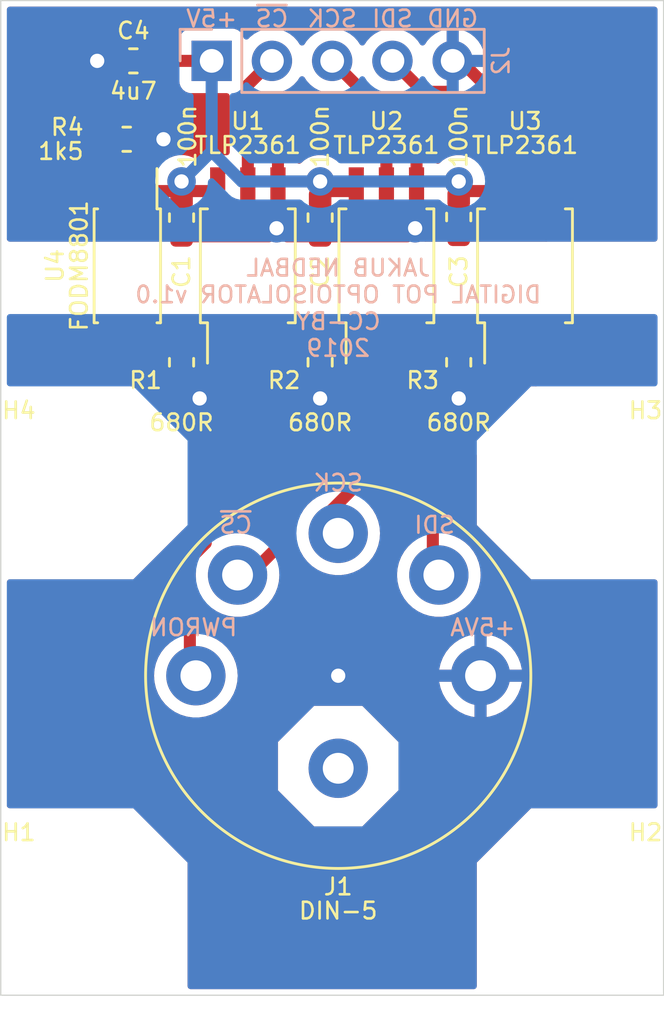
<source format=kicad_pcb>
(kicad_pcb (version 20221018) (generator pcbnew)
  (layers (0 "F.Cu" signal) (31 "B.Cu" signal) (34 "B.Paste" user) (35 "F.Paste" user) (36 "B.SilkS" user "B.Silkscreen") (37 "F.SilkS" user "F.Silkscreen") (38 "B.Mask" user) (39 "F.Mask" user) (44 "Edge.Cuts" user))
  (net 0 "")
  (net 1 "+5V")
  (net 2 "GND")
  (net 3 "/SCK_IN")
  (net 4 "/SDI_IN")
  (net 5 "+5VA")
  (net 6 "/POWERON_OUT")
  (net 7 "/~{CS_IN}")
  (net 8 "/~{CS_OUT}")
  (net 9 "/SCK_OUT")
  (net 10 "/SDI_OUT")
  (net 11 "Net-(R1-Pad2)")
  (net 12 "Net-(R2-Pad2)")
  (net 13 "Net-(R3-Pad2)")
  (net 14 "Net-(R4-Pad1)")
  (footprint "Capacitor_SMD:C_0603_1608Metric" (layer "F.Cu") (at 95.25 26.924 -90)
    (fp_text reference "C1" (at 1.524 0 90) (layer "F.SilkS") (effects (font (size 0.7 0.7) (thickness 0.11)) (justify right)))
    (fp_text value "100n" (at -2.032 -0.254 90) (layer "F.SilkS") (effects (font (size 0.7 0.7) (thickness 0.11)) (justify left)))
    (fp_line (start -0.162779 -0.51) (end 0.162779 -0.51) (stroke (width 0.12)) (layer "F.SilkS"))
    (fp_line (start -0.162779 0.51) (end 0.162779 0.51) (stroke (width 0.12)) (layer "F.SilkS"))
    (pad "1" smd roundrect (at -0.7875 0 270) (size 0.875 0.95) (layers "F.Cu" "F.Paste" "F.Mask") (net 1 "+5V"))
    (pad "2" smd roundrect (at 0.7875 0 270) (size 0.875 0.95) (layers "F.Cu" "F.Paste" "F.Mask") (net 2 "GND"))
  )
  (footprint "Capacitor_SMD:C_0603_1608Metric" (layer "F.Cu") (at 101.092 26.924 -90)
    (fp_text reference "C2" (at 1.524 0 90) (layer "F.SilkS") (effects (font (size 0.7 0.7) (thickness 0.11)) (justify right)))
    (fp_text value "100n" (at -2.032 0 90) (layer "F.SilkS") (effects (font (size 0.7 0.7) (thickness 0.11)) (justify left)))
    (fp_line (start -0.162779 -0.51) (end 0.162779 -0.51) (stroke (width 0.12)) (layer "F.SilkS"))
    (fp_line (start -0.162779 0.51) (end 0.162779 0.51) (stroke (width 0.12)) (layer "F.SilkS"))
    (pad "1" smd roundrect (at -0.7875 0 270) (size 0.875 0.95) (layers "F.Cu" "F.Paste" "F.Mask") (net 1 "+5V"))
    (pad "2" smd roundrect (at 0.7875 0 270) (size 0.875 0.95) (layers "F.Cu" "F.Paste" "F.Mask") (net 2 "GND"))
  )
  (footprint "Capacitor_SMD:C_0603_1608Metric" (layer "F.Cu") (at 106.934 26.8985 -90)
    (fp_text reference "C3" (at 1.5495 0 90) (layer "F.SilkS") (effects (font (size 0.7 0.7) (thickness 0.11)) (justify right)))
    (fp_text value "100n" (at -2.0065 0 90) (layer "F.SilkS") (effects (font (size 0.7 0.7) (thickness 0.11)) (justify left)))
    (fp_line (start -0.162779 -0.51) (end 0.162779 -0.51) (stroke (width 0.12)) (layer "F.SilkS"))
    (fp_line (start -0.162779 0.51) (end 0.162779 0.51) (stroke (width 0.12)) (layer "F.SilkS"))
    (pad "1" smd roundrect (at -0.7875 0 270) (size 0.875 0.95) (layers "F.Cu" "F.Paste" "F.Mask") (net 1 "+5V"))
    (pad "2" smd roundrect (at 0.7875 0 270) (size 0.875 0.95) (layers "F.Cu" "F.Paste" "F.Mask") (net 2 "GND"))
  )
  (footprint "Capacitor_SMD:C_0603_1608Metric" (layer "F.Cu") (at 93.218 20.32 180)
    (fp_text reference "C4" (at 0 1.27) (layer "F.SilkS") (effects (font (size 0.7 0.7) (thickness 0.11))))
    (fp_text value "4u7" (at 0 -1.27) (layer "F.SilkS") (effects (font (size 0.7 0.7) (thickness 0.11))))
    (fp_line (start -0.162779 -0.51) (end 0.162779 -0.51) (stroke (width 0.12)) (layer "F.SilkS"))
    (fp_line (start -0.162779 0.51) (end 0.162779 0.51) (stroke (width 0.12)) (layer "F.SilkS"))
    (pad "1" smd roundrect (at -0.7875 0 180) (size 0.875 0.95) (layers "F.Cu" "F.Paste" "F.Mask") (net 1 "+5V"))
    (pad "2" smd roundrect (at 0.7875 0 180) (size 0.875 0.95) (layers "F.Cu" "F.Paste" "F.Mask") (net 2 "GND"))
  )
  (footprint "Package_SO:SO-6_4.4x3.6mm_P1.27mm" (layer "F.Cu") (at 98.044 28.956 90)
    (fp_text reference "U1" (at 6.096 0 180) (layer "F.SilkS") (effects (font (size 0.7 0.7) (thickness 0.11))))
    (fp_text value "TLP2361" (at 5.08 0 180) (layer "F.SilkS") (effects (font (size 0.7 0.7) (thickness 0.11))))
    (fp_line (start -2.4 -2) (end 2.4 -2) (stroke (width 0.12)) (layer "F.SilkS"))
    (fp_line (start -2.4 -1.7) (end -4.1 -1.7) (stroke (width 0.12)) (layer "F.SilkS"))
    (fp_line (start -2.4 -1.7) (end -2.4 -2) (stroke (width 0.12)) (layer "F.SilkS"))
    (fp_line (start -2.4 2) (end -2.4 1.7) (stroke (width 0.12)) (layer "F.SilkS"))
    (fp_line (start 2.4 -2) (end 2.4 -1.7) (stroke (width 0.12)) (layer "F.SilkS"))
    (fp_line (start 2.4 1.7) (end 2.4 2) (stroke (width 0.12)) (layer "F.SilkS"))
    (fp_line (start 2.4 2) (end -2.4 2) (stroke (width 0.12)) (layer "F.SilkS"))
    (pad "1" smd rect (at -3.15 -1.27 90) (size 2 0.64) (layers "F.Cu" "F.Paste" "F.Mask") (net 11 "Net-(R1-Pad2)"))
    (pad "2" smd rect (at -3.15 0 90) (size 2 0.64) (layers "F.Cu" "F.Paste" "F.Mask"))
    (pad "3" smd rect (at -3.15 1.27 90) (size 2 0.64) (layers "F.Cu" "F.Paste" "F.Mask") (net 7 "/~{CS_IN}"))
    (pad "4" smd rect (at 3.15 1.27 90) (size 2 0.64) (layers "F.Cu" "F.Paste" "F.Mask") (net 2 "GND"))
    (pad "5" smd rect (at 3.15 0 90) (size 2 0.64) (layers "F.Cu" "F.Paste" "F.Mask") (net 8 "/~{CS_OUT}"))
    (pad "6" smd rect (at 3.15 -1.27 90) (size 2 0.64) (layers "F.Cu" "F.Paste" "F.Mask") (net 1 "+5V"))
  )
  (footprint "Package_SO:SO-4_4.4x2.3mm_P1.27mm" (layer "F.Cu") (at 92.964 28.956 -90)
    (fp_text reference "U4" (at 0 3.048 90) (layer "F.SilkS") (effects (font (size 0.7 0.7) (thickness 0.11))))
    (fp_text value "FODM8801" (at 0 2.032 90) (layer "F.SilkS") (effects (font (size 0.7 0.7) (thickness 0.11))))
    (fp_line (start -2.4 -1.4) (end 2.4 -1.4) (stroke (width 0.12)) (layer "F.SilkS"))
    (fp_line (start -2.4 -1.25) (end -4.1 -1.25) (stroke (width 0.12)) (layer "F.SilkS"))
    (fp_line (start -2.4 -1.25) (end -2.4 -1.4) (stroke (width 0.12)) (layer "F.SilkS"))
    (fp_line (start -2.4 1.4) (end -2.4 1.25) (stroke (width 0.12)) (layer "F.SilkS"))
    (fp_line (start 2.4 -1.4) (end 2.4 -1.25) (stroke (width 0.12)) (layer "F.SilkS"))
    (fp_line (start 2.4 1.25) (end 2.4 1.4) (stroke (width 0.12)) (layer "F.SilkS"))
    (fp_line (start 2.4 1.4) (end -2.4 1.4) (stroke (width 0.12)) (layer "F.SilkS"))
    (pad "1" smd rect (at -3.15 -0.635 270) (size 2 0.64) (layers "F.Cu" "F.Paste" "F.Mask") (net 1 "+5V"))
    (pad "2" smd rect (at -3.15 0.635 270) (size 2 0.64) (layers "F.Cu" "F.Paste" "F.Mask") (net 14 "Net-(R4-Pad1)"))
    (pad "3" smd rect (at 3.15 0.635 270) (size 2 0.64) (layers "F.Cu" "F.Paste" "F.Mask") (net 6 "/POWERON_OUT"))
    (pad "4" smd rect (at 3.15 -0.635 270) (size 2 0.64) (layers "F.Cu" "F.Paste" "F.Mask") (net 5 "+5VA"))
  )
  (footprint "Resistor_SMD:R_0603_1608Metric" (layer "F.Cu") (at 95.25 33.02 90)
    (fp_text reference "R1" (at -0.762 -0.762 180) (layer "F.SilkS") (effects (font (size 0.7 0.7) (thickness 0.11)) (justify right)))
    (fp_text value "680R" (at -2.54 0 180) (layer "F.SilkS") (effects (font (size 0.7 0.7) (thickness 0.11))))
    (fp_line (start -0.162779 -0.51) (end 0.162779 -0.51) (stroke (width 0.12)) (layer "F.SilkS"))
    (fp_line (start -0.162779 0.51) (end 0.162779 0.51) (stroke (width 0.12)) (layer "F.SilkS"))
    (pad "1" smd roundrect (at -0.7875 0 90) (size 0.875 0.95) (layers "F.Cu" "F.Paste" "F.Mask") (net 5 "+5VA"))
    (pad "2" smd roundrect (at 0.7875 0 90) (size 0.875 0.95) (layers "F.Cu" "F.Paste" "F.Mask") (net 11 "Net-(R1-Pad2)"))
  )
  (footprint "Resistor_SMD:R_0603_1608Metric" (layer "F.Cu") (at 101.092 33.02 90)
    (fp_text reference "R2" (at -0.762 -0.762 180) (layer "F.SilkS") (effects (font (size 0.7 0.7) (thickness 0.11)) (justify right)))
    (fp_text value "680R" (at -2.54 0 180) (layer "F.SilkS") (effects (font (size 0.7 0.7) (thickness 0.11))))
    (fp_line (start -0.162779 -0.51) (end 0.162779 -0.51) (stroke (width 0.12)) (layer "F.SilkS"))
    (fp_line (start -0.162779 0.51) (end 0.162779 0.51) (stroke (width 0.12)) (layer "F.SilkS"))
    (pad "1" smd roundrect (at -0.7875 0 90) (size 0.875 0.95) (layers "F.Cu" "F.Paste" "F.Mask") (net 5 "+5VA"))
    (pad "2" smd roundrect (at 0.7875 0 90) (size 0.875 0.95) (layers "F.Cu" "F.Paste" "F.Mask") (net 12 "Net-(R2-Pad2)"))
  )
  (footprint "Resistor_SMD:R_0603_1608Metric" (layer "F.Cu") (at 106.934 33.02 90)
    (fp_text reference "R3" (at -0.762 -0.762 180) (layer "F.SilkS") (effects (font (size 0.7 0.7) (thickness 0.11)) (justify right)))
    (fp_text value "680R" (at -2.54 0 180) (layer "F.SilkS") (effects (font (size 0.7 0.7) (thickness 0.11))))
    (fp_line (start -0.162779 -0.51) (end 0.162779 -0.51) (stroke (width 0.12)) (layer "F.SilkS"))
    (fp_line (start -0.162779 0.51) (end 0.162779 0.51) (stroke (width 0.12)) (layer "F.SilkS"))
    (pad "1" smd roundrect (at -0.7875 0 90) (size 0.875 0.95) (layers "F.Cu" "F.Paste" "F.Mask") (net 5 "+5VA"))
    (pad "2" smd roundrect (at 0.7875 0 90) (size 0.875 0.95) (layers "F.Cu" "F.Paste" "F.Mask") (net 13 "Net-(R3-Pad2)"))
  )
  (footprint "Resistor_SMD:R_0603_1608Metric" (layer "F.Cu") (at 92.9385 23.622)
    (fp_text reference "R4" (at -1.7525 -0.508) (layer "F.SilkS") (effects (font (size 0.7 0.7) (thickness 0.11)) (justify right)))
    (fp_text value "1k5" (at -1.7525 0.508) (layer "F.SilkS") (effects (font (size 0.7 0.7) (thickness 0.11)) (justify right)))
    (fp_line (start -0.162779 -0.51) (end 0.162779 -0.51) (stroke (width 0.12)) (layer "F.SilkS"))
    (fp_line (start -0.162779 0.51) (end 0.162779 0.51) (stroke (width 0.12)) (layer "F.SilkS"))
    (pad "1" smd roundrect (at -0.7875 0) (size 0.875 0.95) (layers "F.Cu" "F.Paste" "F.Mask") (net 14 "Net-(R4-Pad1)"))
    (pad "2" smd roundrect (at 0.7875 0) (size 0.875 0.95) (layers "F.Cu" "F.Paste" "F.Mask") (net 2 "GND"))
  )
  (footprint "MountingHole:MountingHole_3.2mm_M3" (layer "F.Cu") (at 91.44 55.88)
    (fp_text reference "H1" (at -3.048 -3.048) (layer "F.SilkS") (effects (font (size 0.7 0.7) (thickness 0.11))))
    (fp_text value "3.2mm")
    (pad "" np_thru_hole circle (at 0 0) (size 3.2 3.2) (drill 3.2) (layers "*.Cu" "*.Mask"))
  )
  (footprint "MountingHole:MountingHole_3.2mm_M3" (layer "F.Cu") (at 111.76 55.88)
    (fp_text reference "H2" (at 3.048 -3.048) (layer "F.SilkS") (effects (font (size 0.7 0.7) (thickness 0.11))))
    (fp_text value "3.2mm")
    (pad "" np_thru_hole circle (at 0 0) (size 3.2 3.2) (drill 3.2) (layers "*.Cu" "*.Mask"))
  )
  (footprint "MountingHole:MountingHole_3.2mm_M3" (layer "F.Cu") (at 111.76 38.1)
    (fp_text reference "H3" (at 3.048 -3.048) (layer "F.SilkS") (effects (font (size 0.7 0.7) (thickness 0.11))))
    (fp_text value "3.2mm")
    (pad "" np_thru_hole circle (at 0 0) (size 3.2 3.2) (drill 3.2) (layers "*.Cu" "*.Mask"))
  )
  (footprint "MountingHole:MountingHole_3.2mm_M3" (layer "F.Cu") (at 91.44 38.1)
    (fp_text reference "H4" (at -3.048 -3.048) (layer "F.SilkS") (effects (font (size 0.7 0.7) (thickness 0.11))))
    (fp_text value "3.2mm")
    (pad "" np_thru_hole circle (at 0 0) (size 3.2 3.2) (drill 3.2) (layers "*.Cu" "*.Mask"))
  )
  (footprint "jakub:DIN5" (layer "F.Cu") (at 101.854 46.228)
    (fp_text reference "J1" (at 0 8.89) (layer "F.SilkS") (effects (font (size 0.7 0.7) (thickness 0.11))))
    (fp_text value "DIN-5" (at 0 9.906) (layer "F.SilkS") (effects (font (size 0.7 0.7) (thickness 0.11))))
    (fp_circle (center 0 0) (end 0 8.12) (stroke (width 0.12)) (fill none) (layer "F.SilkS"))
    (pad "1" thru_hole oval (at -6 0) (size 2.5 2.5) (drill 1.3) (layers "*.Cu" "*.Mask") (net 6 "/POWERON_OUT"))
    (pad "2" thru_hole oval (at 0 -6) (size 2.5 2.5) (drill 1.3) (layers "*.Cu" "*.Mask") (net 3 "/SCK_IN"))
    (pad "3" thru_hole oval (at 6 0) (size 2.5 2.5) (drill 1.3) (layers "*.Cu" "*.Mask") (net 5 "+5VA"))
    (pad "4" thru_hole oval (at -4.24264 -4.24264) (size 2.5 2.5) (drill 1.3) (layers "*.Cu" "*.Mask") (net 7 "/~{CS_IN}"))
    (pad "5" thru_hole oval (at 4.24264 -4.24264) (size 2.5 2.5) (drill 1.3) (layers "*.Cu" "*.Mask") (net 4 "/SDI_IN"))
    (pad "6" thru_hole oval (at 0 3.9 180) (size 2.5 2.5) (drill 1.3) (layers "*.Cu" "*.Mask"))
  )
  (footprint "Package_SO:SO-6_4.4x3.6mm_P1.27mm" (layer "F.Cu") (at 103.886 28.956 90)
    (fp_text reference "U2" (at 6.096 0 180) (layer "F.SilkS") (effects (font (size 0.7 0.7) (thickness 0.11))))
    (fp_text value "TLP2361" (at 5.08 0 180) (layer "F.SilkS") (effects (font (size 0.7 0.7) (thickness 0.11))))
    (fp_line (start -2.4 -2) (end 2.4 -2) (stroke (width 0.12)) (layer "F.SilkS"))
    (fp_line (start -2.4 -1.7) (end -4.1 -1.7) (stroke (width 0.12)) (layer "F.SilkS"))
    (fp_line (start -2.4 -1.7) (end -2.4 -2) (stroke (width 0.12)) (layer "F.SilkS"))
    (fp_line (start -2.4 2) (end -2.4 1.7) (stroke (width 0.12)) (layer "F.SilkS"))
    (fp_line (start 2.4 -2) (end 2.4 -1.7) (stroke (width 0.12)) (layer "F.SilkS"))
    (fp_line (start 2.4 1.7) (end 2.4 2) (stroke (width 0.12)) (layer "F.SilkS"))
    (fp_line (start 2.4 2) (end -2.4 2) (stroke (width 0.12)) (layer "F.SilkS"))
    (pad "1" smd rect (at -3.15 -1.27 90) (size 2 0.64) (layers "F.Cu" "F.Paste" "F.Mask") (net 12 "Net-(R2-Pad2)"))
    (pad "2" smd rect (at -3.15 0 90) (size 2 0.64) (layers "F.Cu" "F.Paste" "F.Mask"))
    (pad "3" smd rect (at -3.15 1.27 90) (size 2 0.64) (layers "F.Cu" "F.Paste" "F.Mask") (net 3 "/SCK_IN"))
    (pad "4" smd rect (at 3.15 1.27 90) (size 2 0.64) (layers "F.Cu" "F.Paste" "F.Mask") (net 2 "GND"))
    (pad "5" smd rect (at 3.15 0 90) (size 2 0.64) (layers "F.Cu" "F.Paste" "F.Mask") (net 9 "/SCK_OUT"))
    (pad "6" smd rect (at 3.15 -1.27 90) (size 2 0.64) (layers "F.Cu" "F.Paste" "F.Mask") (net 1 "+5V"))
  )
  (footprint "Package_SO:SO-6_4.4x3.6mm_P1.27mm" (layer "F.Cu") (at 109.728 28.956 90)
    (fp_text reference "U3" (at 6.096 0 180) (layer "F.SilkS") (effects (font (size 0.7 0.7) (thickness 0.11))))
    (fp_text value "TLP2361" (at 5.08 0 180) (layer "F.SilkS") (effects (font (size 0.7 0.7) (thickness 0.11))))
    (fp_line (start -2.4 -2) (end 2.4 -2) (stroke (width 0.12)) (layer "F.SilkS"))
    (fp_line (start -2.4 -1.7) (end -4.1 -1.7) (stroke (width 0.12)) (layer "F.SilkS"))
    (fp_line (start -2.4 -1.7) (end -2.4 -2) (stroke (width 0.12)) (layer "F.SilkS"))
    (fp_line (start -2.4 2) (end -2.4 1.7) (stroke (width 0.12)) (layer "F.SilkS"))
    (fp_line (start 2.4 -2) (end 2.4 -1.7) (stroke (width 0.12)) (layer "F.SilkS"))
    (fp_line (start 2.4 1.7) (end 2.4 2) (stroke (width 0.12)) (layer "F.SilkS"))
    (fp_line (start 2.4 2) (end -2.4 2) (stroke (width 0.12)) (layer "F.SilkS"))
    (pad "1" smd rect (at -3.15 -1.27 90) (size 2 0.64) (layers "F.Cu" "F.Paste" "F.Mask") (net 13 "Net-(R3-Pad2)"))
    (pad "2" smd rect (at -3.15 0 90) (size 2 0.64) (layers "F.Cu" "F.Paste" "F.Mask"))
    (pad "3" smd rect (at -3.15 1.27 90) (size 2 0.64) (layers "F.Cu" "F.Paste" "F.Mask") (net 4 "/SDI_IN"))
    (pad "4" smd rect (at 3.15 1.27 90) (size 2 0.64) (layers "F.Cu" "F.Paste" "F.Mask") (net 2 "GND"))
    (pad "5" smd rect (at 3.15 0 90) (size 2 0.64) (layers "F.Cu" "F.Paste" "F.Mask") (net 10 "/SDI_OUT"))
    (pad "6" smd rect (at 3.15 -1.27 90) (size 2 0.64) (layers "F.Cu" "F.Paste" "F.Mask") (net 1 "+5V"))
  )
  (footprint "Connector_PinHeader_2.54mm:PinHeader_1x05_P2.54mm_Vertical" (layer "B.Cu") (at 96.52 20.32 -90)
    (fp_text reference "J2" (at 0 -12.192 270) (layer "B.SilkS") (effects (font (size 0.7 0.7) (thickness 0.11)) (justify mirror)))
    (fp_text value "5-Way Header" hide)
    (fp_line (start -1.33 -11.49) (end 1.33 -11.49) (stroke (width 0.12)) (layer "B.SilkS"))
    (fp_line (start -1.33 -1.27) (end -1.33 -11.49) (stroke (width 0.12)) (layer "B.SilkS"))
    (fp_line (start -1.33 -1.27) (end 1.33 -1.27) (stroke (width 0.12)) (layer "B.SilkS"))
    (fp_line (start -1.33 0) (end -1.33 1.33) (stroke (width 0.12)) (layer "B.SilkS"))
    (fp_line (start -1.33 1.33) (end 0 1.33) (stroke (width 0.12)) (layer "B.SilkS"))
    (fp_line (start 1.33 -1.27) (end 1.33 -11.49) (stroke (width 0.12)) (layer "B.SilkS"))
    (pad "1" thru_hole rect (at 0 0 270) (size 1.7 1.7) (drill 1) (layers "*.Cu" "*.Mask") (net 1 "+5V"))
    (pad "2" thru_hole oval (at 0 -2.54 270) (size 1.7 1.7) (drill 1) (layers "*.Cu" "*.Mask") (net 8 "/~{CS_OUT}"))
    (pad "3" thru_hole oval (at 0 -5.08 270) (size 1.7 1.7) (drill 1) (layers "*.Cu" "*.Mask") (net 9 "/SCK_OUT"))
    (pad "4" thru_hole oval (at 0 -7.62 270) (size 1.7 1.7) (drill 1) (layers "*.Cu" "*.Mask") (net 10 "/SDI_OUT"))
    (pad "5" thru_hole oval (at 0 -10.16 270) (size 1.7 1.7) (drill 1) (layers "*.Cu" "*.Mask") (net 2 "GND"))
  )
  (gr_line (start 115.57 17.78) (end 87.63 17.78) (stroke (width 0.05)) (layer "Edge.Cuts"))
  (gr_line (start 115.57 59.69) (end 115.57 17.78) (stroke (width 0.05)) (layer "Edge.Cuts"))
  (gr_line (start 87.63 17.78) (end 87.63 59.69) (stroke (width 0.05)) (layer "Edge.Cuts"))
  (gr_line (start 87.63 59.69) (end 115.57 59.69) (stroke (width 0.05)) (layer "Edge.Cuts"))
  (gr_text "~{CS}" (at 99.06 18.542) (layer "B.SilkS") (effects (font (size 0.7 0.7) (thickness 0.11)) (justify mirror)))
  (gr_text "SCK" (at 101.6 18.542) (layer "B.SilkS") (effects (font (size 0.7 0.7) (thickness 0.11)) (justify mirror)))
  (gr_text "SDI" (at 104.14 18.542) (layer "B.SilkS") (effects (font (size 0.7 0.7) (thickness 0.11)) (justify mirror)))
  (gr_text "+5VA" (at 107.95 44.196) (layer "B.SilkS") (effects (font (size 0.7 0.7) (thickness 0.11)) (justify mirror)))
  (gr_text "~{CS}" (at 97.536 39.878) (layer "B.SilkS") (effects (font (size 0.7 0.7) (thickness 0.11)) (justify mirror)))
  (gr_text "GND" (at 106.68 18.542) (layer "B.SilkS") (effects (font (size 0.7 0.7) (thickness 0.11)) (justify mirror)))
  (gr_text "JAKUB NEDBAL\nDIGITAL POT OPTOISOLATOR v1.0\nCC-BY\n2019" (at 101.854 30.734) (layer "B.SilkS") (effects (font (size 0.7 0.7) (thickness 0.11)) (justify mirror)))
  (gr_text "SCK" (at 101.854 38.1) (layer "B.SilkS") (effects (font (size 0.7 0.7) (thickness 0.11)) (justify mirror)))
  (gr_text "PWRON" (at 95.758 44.196) (layer "B.SilkS") (effects (font (size 0.7 0.7) (thickness 0.11)) (justify mirror)))
  (gr_text "SDI" (at 105.918 39.878) (layer "B.SilkS") (effects (font (size 0.7 0.7) (thickness 0.11)) (justify mirror)))
  (gr_text "+5V" (at 96.52 18.542) (layer "B.SilkS") (effects (font (size 0.7 0.7) (thickness 0.11)) (justify mirror)))
  (segment (start 108.458 25.806) (end 107.239 25.806) (width 0.508) (layer "F.Cu") (net 1))
  (segment (start 102.616 25.806) (end 101.4225 25.806) (width 0.508) (layer "F.Cu") (net 1))
  (segment (start 93.599 25.806) (end 94.9195 25.806) (width 0.508) (layer "F.Cu") (net 1))
  (segment (start 101.092 26.1365) (end 101.092 25.4) (width 0.508) (layer "F.Cu") (net 1))
  (segment (start 95.25 26.1365) (end 95.25 25.4) (width 0.508) (layer "F.Cu") (net 1))
  (segment (start 101.4225 25.806) (end 101.092 26.1365) (width 0.508) (layer "F.Cu") (net 1))
  (segment (start 94.9195 25.806) (end 95.25 26.1365) (width 0.508) (layer "F.Cu") (net 1))
  (segment (start 107.239 25.806) (end 106.934 26.111) (width 0.508) (layer "F.Cu") (net 1))
  (segment (start 106.934 26.111) (end 106.934 25.4) (width 0.508) (layer "F.Cu") (net 1))
  (segment (start 94.0055 20.32) (end 96.52 20.32) (width 0.508) (layer "F.Cu") (net 1))
  (segment (start 96.774 25.806) (end 95.5805 25.806) (width 0.508) (layer "F.Cu") (net 1))
  (segment (start 95.5805 25.806) (end 95.25 26.1365) (width 0.508) (layer "F.Cu") (net 1))
  (via (at 101.092 25.4) (size 1.2) (drill 0.6) (layers "F.Cu" "B.Cu") (net 1))
  (via (at 106.934 25.4) (size 1.2) (drill 0.6) (layers "F.Cu" "B.Cu") (net 1))
  (via (at 95.25 25.4) (size 1.2) (drill 0.6) (layers "F.Cu" "B.Cu") (net 1))
  (segment (start 97.79 25.4) (end 96.52 24.13) (width 0.508) (layer "B.Cu") (net 1))
  (segment (start 101.092 25.4) (end 97.79 25.4) (width 0.508) (layer "B.Cu") (net 1))
  (segment (start 96.52 20.32) (end 96.52 24.13) (width 0.508) (layer "B.Cu") (net 1))
  (segment (start 101.092 25.4) (end 106.934 25.4) (width 0.508) (layer "B.Cu") (net 1))
  (segment (start 96.52 24.13) (end 95.25 25.4) (width 0.508) (layer "B.Cu") (net 1))
  (segment (start 105.097 27.373) (end 105.156 27.314) (width 0.508) (layer "F.Cu") (net 2))
  (segment (start 99.255 27.373) (end 99.314 27.314) (width 0.508) (layer "F.Cu") (net 2))
  (segment (start 99.7115 27.7115) (end 101.092 27.7115) (width 0.508) (layer "F.Cu") (net 2))
  (segment (start 99.314 27.314) (end 99.314 25.806) (width 0.508) (layer "F.Cu") (net 2))
  (segment (start 99.314 27.314) (end 99.7115 27.7115) (width 0.508) (layer "F.Cu") (net 2))
  (segment (start 106.934 27.686) (end 110.626 27.686) (width 0.508) (layer "F.Cu") (net 2))
  (segment (start 110.998 27.314) (end 110.998 25.806) (width 0.508) (layer "F.Cu") (net 2))
  (segment (start 105.528 27.686) (end 106.934 27.686) (width 0.508) (layer "F.Cu") (net 2))
  (segment (start 110.998 24.298) (end 107.02 20.32) (width 0.508) (layer "F.Cu") (net 2))
  (segment (start 105.156 27.314) (end 105.528 27.686) (width 0.508) (layer "F.Cu") (net 2))
  (segment (start 104.7585 27.7115) (end 105.097 27.373) (width 0.508) (layer "F.Cu") (net 2))
  (segment (start 101.092 27.7115) (end 104.7585 27.7115) (width 0.508) (layer "F.Cu") (net 2))
  (segment (start 105.156 27.314) (end 105.156 25.806) (width 0.508) (layer "F.Cu") (net 2))
  (segment (start 110.998 25.806) (end 110.998 24.298) (width 0.508) (layer "F.Cu") (net 2))
  (segment (start 107.02 20.32) (end 106.68 20.32) (width 0.508) (layer "F.Cu") (net 2))
  (segment (start 93.726 23.622) (end 94.488 23.622) (width 0.508) (layer "F.Cu") (net 2))
  (segment (start 95.25 27.7115) (end 98.9165 27.7115) (width 0.508) (layer "F.Cu") (net 2))
  (segment (start 92.4305 20.32) (end 91.694 20.32) (width 0.508) (layer "F.Cu") (net 2))
  (segment (start 110.626 27.686) (end 110.998 27.314) (width 0.508) (layer "F.Cu") (net 2))
  (segment (start 98.9165 27.7115) (end 99.255 27.373) (width 0.508) (layer "F.Cu") (net 2))
  (via (at 91.694 20.32) (size 1.2) (drill 0.6) (layers "F.Cu" "B.Cu") (net 2))
  (via (at 105.097 27.373) (size 1.2) (drill 0.6) (layers "F.Cu" "B.Cu") (net 2))
  (via (at 94.488 23.622) (size 1.2) (drill 0.6) (layers "F.Cu" "B.Cu") (net 2))
  (via (at 99.255 27.373) (size 1.2) (drill 0.6) (layers "F.Cu" "B.Cu") (net 2))
  (segment (start 93.888001 24.221999) (end 94.488 23.622) (width 0.508) (layer "B.Cu") (net 2))
  (segment (start 91.694 20.828) (end 94.488 23.622) (width 0.508) (layer "B.Cu") (net 2))
  (segment (start 91.694 20.32) (end 91.694 20.828) (width 0.508) (layer "B.Cu") (net 2))
  (segment (start 105.097 27.373) (end 99.255 27.373) (width 0.508) (layer "B.Cu") (net 2))
  (segment (start 95.663078 27.373) (end 93.888001 25.597923) (width 0.508) (layer "B.Cu") (net 2))
  (segment (start 99.255 27.373) (end 95.663078 27.373) (width 0.508) (layer "B.Cu") (net 2))
  (segment (start 93.888001 25.597923) (end 93.888001 24.221999) (width 0.508) (layer "B.Cu") (net 2))
  (segment (start 105.156 35.666234) (end 105.156 33.614) (width 0.508) (layer "F.Cu") (net 3))
  (segment (start 101.6 39.222234) (end 105.156 35.666234) (width 0.508) (layer "F.Cu") (net 3))
  (segment (start 105.156 33.614) (end 105.156 32.106) (width 0.508) (layer "F.Cu") (net 3))
  (segment (start 101.6 40.99) (end 101.6 39.222234) (width 0.508) (layer "F.Cu") (net 3))
  (segment (start 110.998 32.106) (end 110.998 32.973202) (width 0.508) (layer "F.Cu") (net 4))
  (segment (start 105.84264 37.41336) (end 109.474 33.782) (width 0.508) (layer "F.Cu") (net 4))
  (segment (start 110.189202 33.782) (end 109.474 33.782) (width 0.508) (layer "F.Cu") (net 4))
  (segment (start 105.84264 42.74736) (end 105.84264 37.41336) (width 0.508) (layer "F.Cu") (net 4))
  (segment (start 110.998 32.973202) (end 110.189202 33.782) (width 0.508) (layer "F.Cu") (net 4))
  (segment (start 93.599 32.106) (end 93.599 32.1565) (width 0.508) (layer "F.Cu") (net 5))
  (segment (start 93.599 32.1565) (end 95.25 33.8075) (width 0.508) (layer "F.Cu") (net 5))
  (segment (start 95.25 33.8075) (end 96.012 34.544) (width 0.508) (layer "F.Cu") (net 5))
  (segment (start 106.934 33.8075) (end 106.934 34.544) (width 0.508) (layer "F.Cu") (net 5))
  (segment (start 101.092 33.8075) (end 101.092 34.544) (width 0.508) (layer "F.Cu") (net 5))
  (via (at 96.012 34.544) (size 1.2) (drill 0.6) (layers "F.Cu" "B.Cu") (net 5))
  (via (at 101.854 46.228) (size 1.2) (drill 0.6) (layers "F.Cu" "B.Cu") (net 5))
  (via (at 101.092 34.544) (size 1.2) (drill 0.6) (layers "F.Cu" "B.Cu") (net 5))
  (via (at 106.934 34.544) (size 1.2) (drill 0.6) (layers "F.Cu" "B.Cu") (net 5))
  (segment (start 107.6 45.222234) (end 107.6 46.99) (width 0.508) (layer "B.Cu") (net 5))
  (segment (start 101.092 34.544) (end 106.934 34.544) (width 0.508) (layer "B.Cu") (net 5))
  (segment (start 96.012 34.544) (end 101.092 34.544) (width 0.508) (layer "B.Cu") (net 5))
  (segment (start 106.934 39.624) (end 108.458 41.148) (width 0.508) (layer "B.Cu") (net 5))
  (segment (start 106.934 34.544) (end 106.934 39.624) (width 0.508) (layer "B.Cu") (net 5))
  (segment (start 108.458 43.434) (end 107.854 44.038) (width 0.508) (layer "B.Cu") (net 5))
  (segment (start 108.458 41.148) (end 108.458 43.434) (width 0.508) (layer "B.Cu") (net 5))
  (segment (start 107.854 44.038) (end 107.854 46.228) (width 0.508) (layer "B.Cu") (net 5))
  (segment (start 93.137798 33.782) (end 93.690078 33.782) (width 0.508) (layer "F.Cu") (net 6))
  (segment (start 93.690078 33.782) (end 96.266 36.357922) (width 0.508) (layer "F.Cu") (net 6))
  (segment (start 95.6 41.306) (end 95.6 45.222234) (width 0.508) (layer "F.Cu") (net 6))
  (segment (start 92.329 32.106) (end 92.329 32.973202) (width 0.508) (layer "F.Cu") (net 6))
  (segment (start 92.329 32.973202) (end 93.137798 33.782) (width 0.508) (layer "F.Cu") (net 6))
  (segment (start 96.266 40.64) (end 95.6 41.306) (width 0.508) (layer "F.Cu") (net 6))
  (segment (start 96.266 36.357922) (end 96.266 40.64) (width 0.508) (layer "F.Cu") (net 6))
  (segment (start 95.6 45.222234) (end 95.6 46.99) (width 0.508) (layer "F.Cu") (net 6))
  (segment (start 99.314 32.106) (end 99.314 40.79072) (width 0.508) (layer "F.Cu") (net 7))
  (segment (start 99.314 40.79072) (end 97.35736 42.74736) (width 0.508) (layer "F.Cu") (net 7))
  (segment (start 98.044 21.336) (end 99.06 20.32) (width 0.508) (layer "F.Cu") (net 8))
  (segment (start 98.044 25.806) (end 98.044 21.336) (width 0.508) (layer "F.Cu") (net 8))
  (segment (start 103.886 25.806) (end 103.886 22.606) (width 0.508) (layer "F.Cu") (net 9))
  (segment (start 103.886 22.606) (end 101.6 20.32) (width 0.508) (layer "F.Cu") (net 9))
  (segment (start 106.413203 21.624001) (end 105.444001 21.624001) (width 0.508) (layer "F.Cu") (net 10))
  (segment (start 109.728 24.938798) (end 106.413203 21.624001) (width 0.508) (layer "F.Cu") (net 10))
  (segment (start 104.989999 21.169999) (end 104.14 20.32) (width 0.508) (layer "F.Cu") (net 10))
  (segment (start 109.728 25.806) (end 109.728 24.938798) (width 0.508) (layer "F.Cu") (net 10))
  (segment (start 105.444001 21.624001) (end 104.989999 21.169999) (width 0.508) (layer "F.Cu") (net 10))
  (segment (start 96.6475 32.2325) (end 96.774 32.106) (width 0.508) (layer "F.Cu") (net 11))
  (segment (start 95.25 32.2325) (end 96.6475 32.2325) (width 0.508) (layer "F.Cu") (net 11))
  (segment (start 101.092 32.2325) (end 102.4895 32.2325) (width 0.508) (layer "F.Cu") (net 12))
  (segment (start 102.4895 32.2325) (end 102.616 32.106) (width 0.508) (layer "F.Cu") (net 12))
  (segment (start 108.3315 32.2325) (end 108.458 32.106) (width 0.508) (layer "F.Cu") (net 13))
  (segment (start 106.934 32.2325) (end 108.3315 32.2325) (width 0.508) (layer "F.Cu") (net 13))
  (segment (start 92.329 23.8) (end 92.151 23.622) (width 0.508) (layer "F.Cu") (net 14))
  (segment (start 92.329 25.806) (end 92.329 23.8) (width 0.508) (layer "F.Cu") (net 14))
  (zone (net 5) (net_name "+5VA") (layer "F.Cu") (connect_pads (clearance 0.508)) (min_thickness 0.254) (fill yes (thermal_gap 0.508) (thermal_bridge_width 0.508))
    (polygon (pts (xy 115.316 34.036) (xy 109.982 34.036) (xy 107.696 36.322) (xy 107.696 39.878) (xy 109.982 42.164) (xy 115.316 42.164) (xy 115.316 51.816) (xy 109.982 51.816) (xy 107.696 54.102) (xy 107.696 59.436) (xy 95.504 59.436) (xy 95.504 54.102) (xy 93.218 51.816) (xy 87.884 51.816) (xy 87.884 42.164) (xy 93.218 42.164) (xy 95.504 39.878) (xy 95.504 36.322) (xy 93.218 34.036) (xy 87.884 34.036) (xy 87.884 30.988) (xy 115.316 30.988)))
    (polygon (pts (xy 100.838 47.498) (xy 99.314 49.022) (xy 99.314 51.054) (xy 100.838 52.578) (xy 102.87 52.578) (xy 104.394 51.054) (xy 104.394 49.022) (xy 102.87 47.498)))
  )
  (zone (net 2) (net_name "GND") (layer "F.Cu") (connect_pads (clearance 0.508)) (min_thickness 0.254) (fill yes (thermal_gap 0.508) (thermal_bridge_width 0.508))
    (polygon (pts (xy 87.884 18.034) (xy 115.316 18.034) (xy 115.316 27.94) (xy 87.884 27.94)))
  )
  (zone (net 5) (net_name "+5VA") (layer "B.Cu") (connect_pads (clearance 0.508)) (min_thickness 0.254) (fill yes (thermal_gap 0.508) (thermal_bridge_width 0.508))
    (polygon (pts (xy 115.316 34.036) (xy 109.982 34.036) (xy 107.696 36.322) (xy 107.696 39.878) (xy 109.982 42.164) (xy 115.316 42.164) (xy 115.316 51.816) (xy 109.982 51.816) (xy 107.696 54.102) (xy 107.696 59.436) (xy 95.504 59.436) (xy 95.504 54.102) (xy 93.218 51.816) (xy 87.884 51.816) (xy 87.884 42.164) (xy 93.218 42.164) (xy 95.504 39.878) (xy 95.504 36.322) (xy 93.218 34.036) (xy 87.884 34.036) (xy 87.884 30.988) (xy 115.316 30.988)))
    (polygon (pts (xy 100.838 47.498) (xy 99.314 49.022) (xy 99.314 51.054) (xy 100.838 52.578) (xy 102.87 52.578) (xy 104.394 51.054) (xy 104.394 49.022) (xy 102.87 47.498)))
  )
  (zone (net 2) (net_name "GND") (layer "B.Cu") (connect_pads (clearance 0.508)) (min_thickness 0.254) (fill yes (thermal_gap 0.508) (thermal_bridge_width 0.508))
    (polygon (pts (xy 87.884 18.034) (xy 87.884 27.94) (xy 115.316 27.94) (xy 115.316 18.034)))
  )
)
</source>
